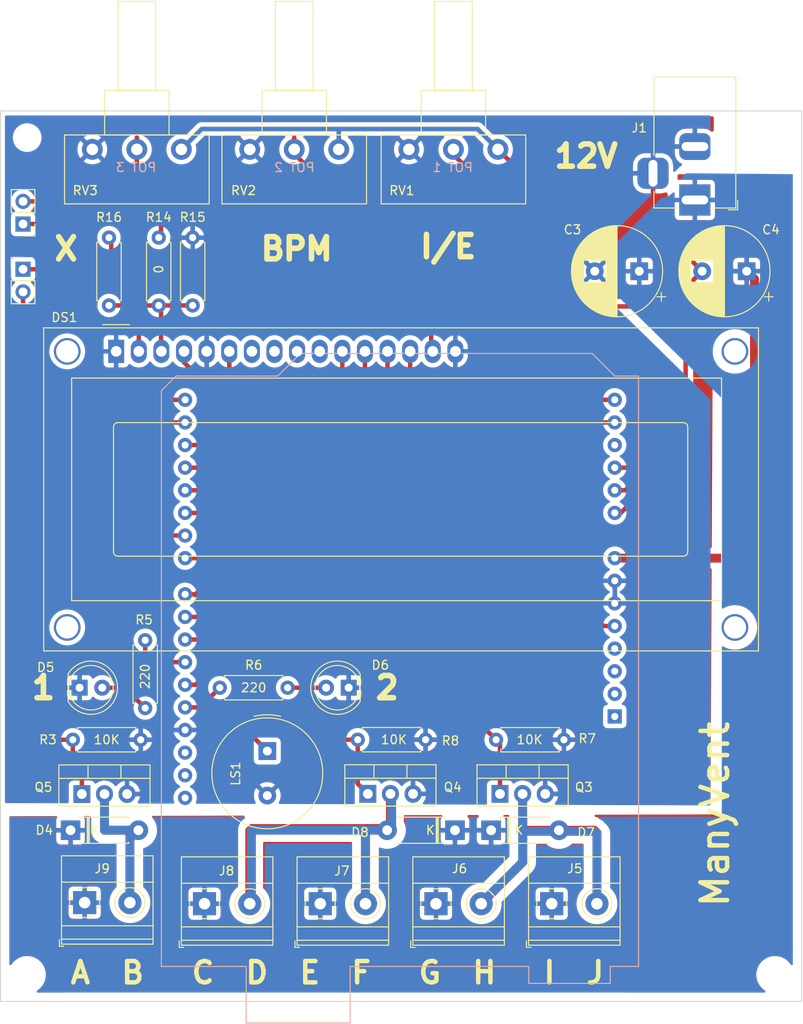
<source format=kicad_pcb>
(kicad_pcb (version 20200119) (host pcbnew "(5.99.0-1109-gba7c8ed85)")
  (layers (0 "F.Cu" signal) (31 "B.Cu" signal) (34 "B.Paste" user) (35 "F.Paste" user) (36 "B.SilkS" user) (37 "F.SilkS" user) (38 "B.Mask" user) (39 "F.Mask" user) (44 "Edge.Cuts" user))
  (net 0 "")
  (net 1 "/UART_TX")
  (net 2 "/UART_RX")
  (net 3 "Net-(A1-Pad30)")
  (net 4 "Net-(A1-Pad14)")
  (net 5 "GND")
  (net 6 "Net-(A1-Pad13)")
  (net 7 "/INS_CLOSE")
  (net 8 "/LCD_RS")
  (net 9 "/POT_2")
  (net 10 "/POT_1")
  (net 11 "/POT_0")
  (net 12 "/INS_OPEN")
  (net 13 "+12V")
  (net 14 "/BUZZER")
  (net 15 "+5V")
  (net 16 "+3V3")
  (net 17 "Net-(A1-Pad3)")
  (net 18 "Net-(A1-Pad2)")
  (net 19 "Net-(A1-Pad1)")
  (net 20 "Net-(A1-Pad31)")
  (net 21 "Net-(A1-Pad32)")
  (net 22 "Net-(D5-Pad2)")
  (net 23 "Net-(D6-Pad2)")
  (net 24 "Net-(DS1-Pad10)")
  (net 25 "Net-(DS1-Pad9)")
  (net 26 "Net-(DS1-Pad8)")
  (net 27 "Net-(DS1-Pad7)")
  (net 28 "Net-(DS1-Pad3)")
  (net 29 "/LCD_EN")
  (net 30 "/FILL_OPEN")
  (net 31 "/LCD_DIO7")
  (net 32 "/LCD_DIO6")
  (net 33 "/LCD_DIO5")
  (net 34 "/LCD_DIO4")
  (net 35 "/Q3_D")
  (net 36 "/Q4_D")
  (net 37 "/Q5_D")
  (net 38 "Net-(H1-Pad1)")
  (net 39 "Net-(H2-Pad1)")
  (net 40 "Net-(H3-Pad1)")
  (net 41 "Net-(H4-Pad1)")
  (net 42 "Net-(A1-Pad12)")
  (net 43 "/LED1")
  (net 44 "/LED2")
  (module "Resistor_THT:R_Axial_DIN0207_L6.3mm_D2.5mm_P7.62mm_Horizontal" (layer "F.Cu") (at 66.8465 82.5945 90)
    (fp_text reference "R16" (at 9.906 0) (layer "F.SilkS"))
    (fp_text value "1k")
    (pad "1" thru_hole circle (at 0 0 90) (size 1.6 1.6) (drill 0.8) (layers *.Cu *.Mask) (net 28 "Net-(DS1-Pad3)"))
    (pad "2" thru_hole oval (at 7.62 0 90) (size 1.6 1.6) (drill 0.8) (layers *.Cu *.Mask) (net 15 "+5V"))
  )
  (module "Resistor_THT:R_Axial_DIN0207_L6.3mm_D2.5mm_P7.62mm_Horizontal" (layer "F.Cu") (at 76.2445 82.5945 90)
    (fp_text reference "R15" (at 9.906 0) (layer "F.SilkS"))
    (fp_text value "1k")
    (pad "2" thru_hole oval (at 7.62 0 90) (size 1.6 1.6) (drill 0.8) (layers *.Cu *.Mask) (net 5 "GND"))
    (pad "1" thru_hole circle (at 0 0 90) (size 1.6 1.6) (drill 0.8) (layers *.Cu *.Mask) (net 28 "Net-(DS1-Pad3)"))
  )
  (module "Buzzer_Beeper:Buzzer_TDK_PS1240P02BT_D12.2mm_H6.5mm" (layer "F.Cu") (at 84.6265 132.6325 -90)
    (fp_text reference "LS1" (at 2.54 3.556 90) (layer "F.SilkS"))
    (fp_text value "KSS1201")
    (pad "1" thru_hole rect (at 0 0 270) (size 2 2) (drill 1) (layers *.Cu *.Mask) (net 14 "/BUZZER"))
    (pad "2" thru_hole circle (at 5 0 270) (size 2 2) (drill 1) (layers *.Cu *.Mask) (net 5 "GND"))
  )
  (module "Module:Arduino_UNO_R3" (layer "B.Cu") (at 123.6545 128.7505 90)
    (fp_text reference "A1" hide)
    (fp_text value "Arduino_UNO_R3")
    (pad "32" thru_hole oval (at -9.14 -48.26) (size 1.6 1.6) (drill 0.8) (layers *.Cu *.Mask) (net 21 "Net-(A1-Pad32)"))
    (pad "31" thru_hole oval (at -6.6 -48.26) (size 1.6 1.6) (drill 0.8) (layers *.Cu *.Mask) (net 20 "Net-(A1-Pad31)"))
    (pad "1" thru_hole rect (at 0 0) (size 1.6 1.6) (drill 0.8) (layers *.Cu *.Mask) (net 19 "Net-(A1-Pad1)"))
    (pad "17" thru_hole oval (at 30.48 -48.26) (size 1.6 1.6) (drill 0.8) (layers *.Cu *.Mask) (net 8 "/LCD_RS"))
    (pad "2" thru_hole oval (at 2.54 0) (size 1.6 1.6) (drill 0.8) (layers *.Cu *.Mask) (net 18 "Net-(A1-Pad2)"))
    (pad "18" thru_hole oval (at 27.94 -48.26) (size 1.6 1.6) (drill 0.8) (layers *.Cu *.Mask) (net 29 "/LCD_EN"))
    (pad "3" thru_hole oval (at 5.08 0) (size 1.6 1.6) (drill 0.8) (layers *.Cu *.Mask) (net 17 "Net-(A1-Pad3)"))
    (pad "19" thru_hole oval (at 25.4 -48.26) (size 1.6 1.6) (drill 0.8) (layers *.Cu *.Mask) (net 34 "/LCD_DIO4"))
    (pad "4" thru_hole oval (at 7.62 0) (size 1.6 1.6) (drill 0.8) (layers *.Cu *.Mask) (net 16 "+3V3"))
    (pad "20" thru_hole oval (at 22.86 -48.26) (size 1.6 1.6) (drill 0.8) (layers *.Cu *.Mask) (net 33 "/LCD_DIO5"))
    (pad "5" thru_hole oval (at 10.16 0) (size 1.6 1.6) (drill 0.8) (layers *.Cu *.Mask) (net 15 "+5V"))
    (pad "21" thru_hole oval (at 20.32 -48.26) (size 1.6 1.6) (drill 0.8) (layers *.Cu *.Mask) (net 30 "/FILL_OPEN"))
    (pad "6" thru_hole oval (at 12.7 0) (size 1.6 1.6) (drill 0.8) (layers *.Cu *.Mask) (net 5 "GND"))
    (pad "22" thru_hole oval (at 17.78 -48.26) (size 1.6 1.6) (drill 0.8) (layers *.Cu *.Mask) (net 32 "/LCD_DIO6"))
    (pad "7" thru_hole oval (at 15.24 0) (size 1.6 1.6) (drill 0.8) (layers *.Cu *.Mask) (net 5 "GND"))
    (pad "23" thru_hole oval (at 13.72 -48.26) (size 1.6 1.6) (drill 0.8) (layers *.Cu *.Mask) (net 31 "/LCD_DIO7"))
    (pad "8" thru_hole oval (at 17.78 0) (size 1.6 1.6) (drill 0.8) (layers *.Cu *.Mask) (net 13 "+12V"))
    (pad "24" thru_hole oval (at 11.18 -48.26) (size 1.6 1.6) (drill 0.8) (layers *.Cu *.Mask) (net 12 "/INS_OPEN"))
    (pad "9" thru_hole oval (at 22.86 0) (size 1.6 1.6) (drill 0.8) (layers *.Cu *.Mask) (net 11 "/POT_0"))
    (pad "25" thru_hole oval (at 8.64 -48.26) (size 1.6 1.6) (drill 0.8) (layers *.Cu *.Mask) (net 7 "/INS_CLOSE"))
    (pad "10" thru_hole oval (at 25.4 0) (size 1.6 1.6) (drill 0.8) (layers *.Cu *.Mask) (net 10 "/POT_1"))
    (pad "26" thru_hole oval (at 6.1 -48.26) (size 1.6 1.6) (drill 0.8) (layers *.Cu *.Mask) (net 44 "/LED2"))
    (pad "11" thru_hole oval (at 27.94 0) (size 1.6 1.6) (drill 0.8) (layers *.Cu *.Mask) (net 9 "/POT_2"))
    (pad "27" thru_hole oval (at 3.56 -48.26) (size 1.6 1.6) (drill 0.8) (layers *.Cu *.Mask) (net 14 "/BUZZER"))
    (pad "12" thru_hole oval (at 30.48 0) (size 1.6 1.6) (drill 0.8) (layers *.Cu *.Mask) (net 42 "Net-(A1-Pad12)"))
    (pad "28" thru_hole oval (at 1.02 -48.26) (size 1.6 1.6) (drill 0.8) (layers *.Cu *.Mask) (net 43 "/LED1"))
    (pad "13" thru_hole oval (at 33.02 0) (size 1.6 1.6) (drill 0.8) (layers *.Cu *.Mask) (net 6 "Net-(A1-Pad13)"))
    (pad "29" thru_hole oval (at -1.52 -48.26) (size 1.6 1.6) (drill 0.8) (layers *.Cu *.Mask) (net 5 "GND"))
    (pad "14" thru_hole oval (at 35.56 0) (size 1.6 1.6) (drill 0.8) (layers *.Cu *.Mask) (net 4 "Net-(A1-Pad14)"))
    (pad "30" thru_hole oval (at -4.06 -48.26) (size 1.6 1.6) (drill 0.8) (layers *.Cu *.Mask) (net 3 "Net-(A1-Pad30)"))
    (pad "15" thru_hole oval (at 35.56 -48.26) (size 1.6 1.6) (drill 0.8) (layers *.Cu *.Mask) (net 2 "/UART_RX"))
    (pad "16" thru_hole oval (at 33.02 -48.26) (size 1.6 1.6) (drill 0.8) (layers *.Cu *.Mask) (net 1 "/UART_TX"))
  )
  (module "Resistor_THT:R_Axial_DIN0207_L6.3mm_D2.5mm_P7.62mm_Horizontal" (layer "F.Cu") (at 62.7825 131.3625)
    (fp_text reference "R3" (at -2.794 0) (layer "F.SilkS"))
    (fp_text value "10K")
    (pad "2" thru_hole oval (at 7.62 0) (size 1.6 1.6) (drill 0.8) (layers *.Cu *.Mask) (net 5 "GND"))
    (pad "1" thru_hole circle (at 0 0) (size 1.6 1.6) (drill 0.8) (layers *.Cu *.Mask) (net 30 "/FILL_OPEN"))
  )
  (module "TerminalBlock_Phoenix:TerminalBlock_Phoenix_MKDS-1,5-2-5.08_1x02_P5.08mm_Horizontal" (layer "F.Cu") (at 64.1125 149.6545)
    (fp_text reference "J9" (at 1.972 -3.814) (layer "F.SilkS"))
    (fp_text value "Conn_01x02")
    (pad "2" thru_hole circle (at 5.08 0) (size 2.6 2.6) (drill 1.3) (layers *.Cu *.Mask) (net 37 "/Q5_D"))
    (pad "1" thru_hole rect (at 0 0) (size 2.6 2.6) (drill 1.3) (layers *.Cu *.Mask) (net 13 "+12V"))
  )
  (module "Package_TO_SOT_THT:TO-220-3_Vertical" (layer "F.Cu") (at 63.7985 137.4585)
    (fp_text reference "Q5" (at -4.318 -0.762) (layer "F.SilkS"))
    (fp_text value "IRLIZ44NPBF")
    (pad "3" thru_hole oval (at 5.08 0) (size 1.905 2) (drill 1.1) (layers *.Cu *.Mask) (net 5 "GND"))
    (pad "2" thru_hole oval (at 2.54 0) (size 1.905 2) (drill 1.1) (layers *.Cu *.Mask) (net 37 "/Q5_D"))
    (pad "1" thru_hole rect (at 0 0) (size 1.905 2) (drill 1.1) (layers *.Cu *.Mask) (net 30 "/FILL_OPEN"))
  )
  (module "Diode_THT:D_DO-41_SOD81_P7.62mm_Horizontal" (layer "F.Cu") (at 62.5285 141.5225)
    (fp_text reference "D4" (at -2.95 0) (layer "F.SilkS"))
    (fp_text value "1N4004")
    (fp_text user "K" (at 2.765 -0.005) (layer "F.SilkS"))
    (pad "2" thru_hole oval (at 7.62 0) (size 2.2 2.2) (drill 1.1) (layers *.Cu *.Mask) (net 37 "/Q5_D"))
    (pad "1" thru_hole rect (at 0 0) (size 2.2 2.2) (drill 1.1) (layers *.Cu *.Mask) (net 13 "+12V"))
  )
  (module "MountingHole:MountingHole_2.2mm_M2" (layer "F.Cu") (at 141.6545 157.7505)
    (fp_text reference "H4" hide)
    (fp_text value "MountingHole_Pad")
    (pad "1" np_thru_hole circle (at 0 0) (size 2.2 2.2) (drill 2.2) (layers *.Cu *.Mask) (net 41 "Net-(H4-Pad1)"))
  )
  (module "MountingHole:MountingHole_2.2mm_M2" (layer "F.Cu") (at 57.6545 157.7505)
    (fp_text reference "H3" hide)
    (fp_text value "MountingHole_Pad")
    (pad "1" np_thru_hole circle (at 0 0) (size 2.2 2.2) (drill 2.2) (layers *.Cu *.Mask) (net 40 "Net-(H3-Pad1)"))
  )
  (module "MountingHole:MountingHole_2.2mm_M2" (layer "F.Cu") (at 141.6545 63.7505)
    (fp_text reference "H2" hide)
    (fp_text value "MountingHole_Pad")
    (pad "1" np_thru_hole circle (at 0 0) (size 2.2 2.2) (drill 2.2) (layers *.Cu *.Mask) (net 39 "Net-(H2-Pad1)"))
  )
  (module "MountingHole:MountingHole_2.2mm_M2" (layer "F.Cu") (at 57.6545 63.7505)
    (fp_text reference "H1" hide)
    (fp_text value "MountingHole_Pad")
    (pad "1" np_thru_hole circle (at 0 0) (size 2.2 2.2) (drill 2.2) (layers *.Cu *.Mask) (net 38 "Net-(H1-Pad1)"))
  )
  (module "TerminalBlock_Phoenix:TerminalBlock_Phoenix_MKDS-1,5-2-5.08_1x02_P5.08mm_Horizontal" (layer "F.Cu") (at 77.5745 149.7765)
    (fp_text reference "J8" (at 2.48 -3.682) (layer "F.SilkS"))
    (fp_text value "Conn_01x02")
    (pad "1" thru_hole rect (at 0 0) (size 2.6 2.6) (drill 1.3) (layers *.Cu *.Mask) (net 13 "+12V"))
    (pad "2" thru_hole circle (at 5.08 0) (size 2.6 2.6) (drill 1.3) (layers *.Cu *.Mask) (net 36 "/Q4_D"))
  )
  (module "TerminalBlock_Phoenix:TerminalBlock_Phoenix_MKDS-1,5-2-5.08_1x02_P5.08mm_Horizontal" (layer "F.Cu") (at 90.5745 149.7765)
    (fp_text reference "J7" (at 2.434 -3.682) (layer "F.SilkS"))
    (fp_text value "Conn_01x02")
    (pad "1" thru_hole rect (at 0 0) (size 2.6 2.6) (drill 1.3) (layers *.Cu *.Mask) (net 13 "+12V"))
    (pad "2" thru_hole circle (at 5.08 0) (size 2.6 2.6) (drill 1.3) (layers *.Cu *.Mask) (net 36 "/Q4_D"))
  )
  (module "TerminalBlock_Phoenix:TerminalBlock_Phoenix_MKDS-1,5-2-5.08_1x02_P5.08mm_Horizontal" (layer "F.Cu") (at 103.5745 149.7765)
    (fp_text reference "J6" (at 2.642 -3.936) (layer "F.SilkS"))
    (fp_text value "Conn_01x02")
    (pad "1" thru_hole rect (at 0 0) (size 2.6 2.6) (drill 1.3) (layers *.Cu *.Mask) (net 13 "+12V"))
    (pad "2" thru_hole circle (at 5.08 0) (size 2.6 2.6) (drill 1.3) (layers *.Cu *.Mask) (net 35 "/Q3_D"))
  )
  (module "TerminalBlock_Phoenix:TerminalBlock_Phoenix_MKDS-1,5-2-5.08_1x02_P5.08mm_Horizontal" (layer "F.Cu") (at 116.5745 149.7765)
    (fp_text reference "J5" (at 2.596 -3.936) (layer "F.SilkS"))
    (fp_text value "Conn_01x02")
    (pad "1" thru_hole rect (at 0 0) (size 2.6 2.6) (drill 1.3) (layers *.Cu *.Mask) (net 13 "+12V"))
    (pad "2" thru_hole circle (at 5.08 0) (size 2.6 2.6) (drill 1.3) (layers *.Cu *.Mask) (net 35 "/Q3_D"))
  )
  (module "Connector_PinHeader_2.54mm:PinHeader_1x02_P2.54mm_Vertical" (layer "F.Cu") (at 57.1945 73.4505 180)
    (fp_text reference "J3" hide)
    (fp_text value "Conn_01x02")
    (pad "1" thru_hole rect (at 0 0 180) (size 1.7 1.7) (drill 1) (layers *.Cu *.Mask) (net 6 "Net-(A1-Pad13)"))
    (pad "2" thru_hole oval (at 0 2.54 180) (size 1.7 1.7) (drill 1) (layers *.Cu *.Mask) (net 4 "Net-(A1-Pad14)"))
  )
  (module "Connector_PinHeader_2.54mm:PinHeader_1x02_P2.54mm_Vertical" (layer "F.Cu") (at 57.1945 78.5305)
    (fp_text reference "J2" hide)
    (fp_text value "Conn_01x02")
    (pad "1" thru_hole rect (at 0 0) (size 1.7 1.7) (drill 1) (layers *.Cu *.Mask) (net 2 "/UART_RX"))
    (pad "2" thru_hole oval (at 0 2.54) (size 1.7 1.7) (drill 1) (layers *.Cu *.Mask) (net 1 "/UART_TX"))
  )
  (module "Connector_BarrelJack:BarrelJack_Horizontal" (layer "F.Cu") (at 132.6545 70.7505 -90)
    (fp_text reference "J1" (at -8.095 6.245 180) (layer "F.SilkS"))
    (fp_text value "PJ-202A")
    (pad "1" thru_hole rect (at 0 0 270) (size 3.5 3.5) (drill oval 1 3) (layers *.Cu *.Mask) (net 13 "+12V"))
    (pad "2" thru_hole roundrect (at -6 0 270) (size 3 3.5) (drill oval 1 3) (layers *.Cu *.Mask) (net 5 "GND"))
    (pad "3" thru_hole roundrect (at -3 4.7 270) (size 3.5 3.5) (drill oval 3 1) (layers *.Cu *.Mask) (net 5 "GND"))
  )
  (module "Capacitor_THT:CP_Radial_D10.0mm_P5.00mm" (layer "F.Cu") (at 138.4745 78.7505 180)
    (fp_text reference "C4" (at -2.725 4.665) (layer "F.SilkS"))
    (fp_text value "680uF 25V")
    (pad "1" thru_hole rect (at 0 0 180) (size 2 2) (drill 1) (layers *.Cu *.Mask) (net 13 "+12V"))
    (pad "2" thru_hole circle (at 5 0 180) (size 2 2) (drill 1) (layers *.Cu *.Mask) (net 5 "GND"))
  )
  (module "Capacitor_THT:CP_Radial_D10.0mm_P5.00mm" (layer "F.Cu") (at 126.4095 78.7505 180)
    (fp_text reference "C3" (at 7.5 4.665) (layer "F.SilkS"))
    (fp_text value "680uF 25V")
    (pad "1" thru_hole rect (at 0 0 180) (size 2 2) (drill 1) (layers *.Cu *.Mask) (net 13 "+12V"))
    (pad "2" thru_hole circle (at 5 0 180) (size 2 2) (drill 1) (layers *.Cu *.Mask) (net 5 "GND"))
  )
  (module "Potentiometer_THT:Potentiometer_Piher_T-16H_Single_Horizontal" (layer "F.Cu") (at 74.9745 65.0685 90)
    (fp_text reference "RV3" (at -4.62 -10.795 180) (layer "F.SilkS"))
    (fp_text value "3RP_1610N")
    (pad "3" thru_hole circle (at 0 -10 90) (size 2.34 2.34) (drill 1.3) (layers *.Cu *.Mask) (net 5 "GND"))
    (pad "2" thru_hole circle (at 0 -5 90) (size 2.34 2.34) (drill 1.3) (layers *.Cu *.Mask) (net 9 "/POT_2"))
    (pad "1" thru_hole circle (at 0 0 90) (size 2.34 2.34) (drill 1.3) (layers *.Cu *.Mask) (net 15 "+5V"))
  )
  (module "Potentiometer_THT:Potentiometer_Piher_T-16H_Single_Horizontal" (layer "F.Cu") (at 92.6545 65.0685 90)
    (fp_text reference "RV2" (at -4.62 -10.695 180) (layer "F.SilkS"))
    (fp_text value "3RP_1610N")
    (pad "3" thru_hole circle (at 0 -10 90) (size 2.34 2.34) (drill 1.3) (layers *.Cu *.Mask) (net 5 "GND"))
    (pad "2" thru_hole circle (at 0 -5 90) (size 2.34 2.34) (drill 1.3) (layers *.Cu *.Mask) (net 10 "/POT_1"))
    (pad "1" thru_hole circle (at 0 0 90) (size 2.34 2.34) (drill 1.3) (layers *.Cu *.Mask) (net 15 "+5V"))
  )
  (module "Potentiometer_THT:Potentiometer_Piher_T-16H_Single_Horizontal" (layer "F.Cu") (at 110.5345 65.0685 90)
    (fp_text reference "RV1" (at -4.62 -10.795 180) (layer "F.SilkS"))
    (fp_text value "3RP_1610N")
    (pad "3" thru_hole circle (at 0 -10 90) (size 2.34 2.34) (drill 1.3) (layers *.Cu *.Mask) (net 5 "GND"))
    (pad "2" thru_hole circle (at 0 -5 90) (size 2.34 2.34) (drill 1.3) (layers *.Cu *.Mask) (net 11 "/POT_0"))
    (pad "1" thru_hole circle (at 0 0 90) (size 2.34 2.34) (drill 1.3) (layers *.Cu *.Mask) (net 15 "+5V"))
  )
  (module "Resistor_THT:R_Axial_DIN0207_L6.3mm_D2.5mm_P7.62mm_Horizontal" (layer "F.Cu") (at 72.4345 82.5945 90)
    (fp_text reference "R14" (at 9.906 0) (layer "F.SilkS"))
    (fp_text value "0")
    (pad "1" thru_hole circle (at 0 0 90) (size 1.6 1.6) (drill 0.8) (layers *.Cu *.Mask) (net 28 "Net-(DS1-Pad3)"))
    (pad "2" thru_hole oval (at 7.62 0 90) (size 1.6 1.6) (drill 0.8) (layers *.Cu *.Mask) (net 9 "/POT_2"))
  )
  (module "Resistor_THT:R_Axial_DIN0207_L6.3mm_D2.5mm_P7.62mm_Horizontal" (layer "F.Cu") (at 94.7865 131.3575)
    (fp_text reference "R8" (at 10.414 0.127) (layer "F.SilkS"))
    (fp_text value "10K")
    (pad "1" thru_hole circle (at 0 0) (size 1.6 1.6) (drill 0.8) (layers *.Cu *.Mask) (net 7 "/INS_CLOSE"))
    (pad "2" thru_hole oval (at 7.62 0) (size 1.6 1.6) (drill 0.8) (layers *.Cu *.Mask) (net 5 "GND"))
  )
  (module "Resistor_THT:R_Axial_DIN0207_L6.3mm_D2.5mm_P7.62mm_Horizontal" (layer "F.Cu") (at 110.3255 131.3625)
    (fp_text reference "R7" (at 10.242 -0.127) (layer "F.SilkS"))
    (fp_text value "10K")
    (pad "1" thru_hole circle (at 0 0) (size 1.6 1.6) (drill 0.8) (layers *.Cu *.Mask) (net 12 "/INS_OPEN"))
    (pad "2" thru_hole oval (at 7.62 0) (size 1.6 1.6) (drill 0.8) (layers *.Cu *.Mask) (net 5 "GND"))
  )
  (module "Resistor_THT:R_Axial_DIN0207_L6.3mm_D2.5mm_P7.62mm_Horizontal" (layer "F.Cu") (at 86.9125 125.5205 180)
    (fp_text reference "R6" (at 3.81 2.54) (layer "F.SilkS"))
    (fp_text value "220R")
    (pad "1" thru_hole circle (at 0 0 180) (size 1.6 1.6) (drill 0.8) (layers *.Cu *.Mask) (net 23 "Net-(D6-Pad2)"))
    (pad "2" thru_hole oval (at 7.62 0 180) (size 1.6 1.6) (drill 0.8) (layers *.Cu *.Mask) (net 43 "/LED1"))
  )
  (module "Resistor_THT:R_Axial_DIN0207_L6.3mm_D2.5mm_P7.62mm_Horizontal" (layer "F.Cu") (at 70.9105 127.8065 90)
    (fp_text reference "R5" (at 9.906 -0.127 180) (layer "F.SilkS"))
    (fp_text value "220R")
    (pad "1" thru_hole circle (at 0 0 90) (size 1.6 1.6) (drill 0.8) (layers *.Cu *.Mask) (net 22 "Net-(D5-Pad2)"))
    (pad "2" thru_hole oval (at 7.62 0 90) (size 1.6 1.6) (drill 0.8) (layers *.Cu *.Mask) (net 44 "/LED2"))
  )
  (module "Package_TO_SOT_THT:TO-220-3_Vertical" (layer "F.Cu") (at 95.9205 137.4425)
    (fp_text reference "Q4" (at 9.534 -0.746) (layer "F.SilkS"))
    (fp_text value "IRLIZ44NPBF")
    (pad "1" thru_hole rect (at 0 0) (size 1.905 2) (drill 1.1) (layers *.Cu *.Mask) (net 7 "/INS_CLOSE"))
    (pad "2" thru_hole oval (at 2.54 0) (size 1.905 2) (drill 1.1) (layers *.Cu *.Mask) (net 36 "/Q4_D"))
    (pad "3" thru_hole oval (at 5.08 0) (size 1.905 2) (drill 1.1) (layers *.Cu *.Mask) (net 5 "GND"))
  )
  (module "Package_TO_SOT_THT:TO-220-3_Vertical" (layer "F.Cu") (at 110.7655 137.4475)
    (fp_text reference "Q3" (at 9.421 -0.751) (layer "F.SilkS"))
    (fp_text value "IRLIZ44NPBF")
    (pad "1" thru_hole rect (at 0 0) (size 1.905 2) (drill 1.1) (layers *.Cu *.Mask) (net 12 "/INS_OPEN"))
    (pad "2" thru_hole oval (at 2.54 0) (size 1.905 2) (drill 1.1) (layers *.Cu *.Mask) (net 35 "/Q3_D"))
    (pad "3" thru_hole oval (at 5.08 0) (size 1.905 2) (drill 1.1) (layers *.Cu *.Mask) (net 5 "GND"))
  )
  (module "Display:WC1602A" (layer "F.Cu") (at 67.6545 87.7505)
    (fp_text reference "DS1" (at -5.82 -3.81) (layer "F.SilkS"))
    (fp_text value "WC1602A")
    (pad "1" thru_hole rect (at 0 0) (size 1.8 2.6) (drill 1.2) (layers *.Cu *.Mask) (net 5 "GND"))
    (pad "2" thru_hole oval (at 2.54 0) (size 1.8 2.6) (drill 1.2) (layers *.Cu *.Mask) (net 15 "+5V"))
    (pad "3" thru_hole oval (at 5.08 0) (size 1.8 2.6) (drill 1.2) (layers *.Cu *.Mask) (net 28 "Net-(DS1-Pad3)"))
    (pad "4" thru_hole oval (at 7.62 0) (size 1.8 2.6) (drill 1.2) (layers *.Cu *.Mask) (net 8 "/LCD_RS"))
    (pad "5" thru_hole oval (at 10.16 0) (size 1.8 2.6) (drill 1.2) (layers *.Cu *.Mask) (net 5 "GND"))
    (pad "6" thru_hole oval (at 12.7 0) (size 1.8 2.6) (drill 1.2) (layers *.Cu *.Mask) (net 29 "/LCD_EN"))
    (pad "7" thru_hole oval (at 15.24 0) (size 1.8 2.6) (drill 1.2) (layers *.Cu *.Mask) (net 27 "Net-(DS1-Pad7)"))
    (pad "8" thru_hole oval (at 17.78 0) (size 1.8 2.6) (drill 1.2) (layers *.Cu *.Mask) (net 26 "Net-(DS1-Pad8)"))
    (pad "9" thru_hole oval (at 20.32 0) (size 1.8 2.6) (drill 1.2) (layers *.Cu *.Mask) (net 25 "Net-(DS1-Pad9)"))
    (pad "10" thru_hole oval (at 22.86 0) (size 1.8 2.6) (drill 1.2) (layers *.Cu *.Mask) (net 24 "Net-(DS1-Pad10)"))
    (pad "11" thru_hole oval (at 25.4 0) (size 1.8 2.6) (drill 1.2) (layers *.Cu *.Mask) (net 34 "/LCD_DIO4"))
    (pad "12" thru_hole oval (at 27.94 0) (size 1.8 2.6) (drill 1.2) (layers *.Cu *.Mask) (net 33 "/LCD_DIO5"))
    (pad "13" thru_hole oval (at 30.48 0) (size 1.8 2.6) (drill 1.2) (layers *.Cu *.Mask) (net 32 "/LCD_DIO6"))
    (pad "14" thru_hole oval (at 33.02 0) (size 1.8 2.6) (drill 1.2) (layers *.Cu *.Mask) (net 31 "/LCD_DIO7"))
    (pad "15" thru_hole oval (at 35.56 0) (size 1.8 2.6) (drill 1.2) (layers *.Cu *.Mask) (net 15 "+5V"))
    (pad "16" thru_hole oval (at 38.1 0) (size 1.8 2.6) (drill 1.2) (layers *.Cu *.Mask) (net 5 "GND"))
    (pad "" thru_hole circle (at -5.4991 0) (size 3 3) (drill 2.5) (layers *.Cu *.Mask))
    (pad "" thru_hole circle (at -5.4991 31.0007) (size 3 3) (drill 2.5) (layers *.Cu *.Mask))
    (pad "" thru_hole circle (at 69.49948 31.0007) (size 3 3) (drill 2.5) (layers *.Cu *.Mask))
    (pad "" thru_hole circle (at 69.5 0) (size 3 3) (drill 2.5) (layers *.Cu *.Mask))
  )
  (module "Diode_THT:D_DO-41_SOD81_P7.62mm_Horizontal" (layer "F.Cu") (at 105.7085 141.5225 180)
    (fp_text reference "D8" (at 10.668 -0.254) (layer "F.SilkS"))
    (fp_text value "1N4004")
    (fp_text user "K" (at 2.765 -0.005) (layer "F.SilkS"))
    (pad "1" thru_hole rect (at 0 0 180) (size 2.2 2.2) (drill 1.1) (layers *.Cu *.Mask) (net 13 "+12V"))
    (pad "2" thru_hole oval (at 7.62 0 180) (size 2.2 2.2) (drill 1.1) (layers *.Cu *.Mask) (net 36 "/Q4_D"))
  )
  (module "Diode_THT:D_DO-41_SOD81_P7.62mm_Horizontal" (layer "F.Cu") (at 109.7655 141.5275)
    (fp_text reference "D7" (at 10.675 0.249) (layer "F.SilkS"))
    (fp_text value "1N4004")
    (fp_text user "K" (at 3.1 -0.005) (layer "F.SilkS"))
    (pad "1" thru_hole rect (at 0 0) (size 2.2 2.2) (drill 1.1) (layers *.Cu *.Mask) (net 13 "+12V"))
    (pad "2" thru_hole oval (at 7.62 0) (size 2.2 2.2) (drill 1.1) (layers *.Cu *.Mask) (net 35 "/Q3_D"))
  )
  (module "LED_THT:LED_D5.0mm" (layer "F.Cu") (at 93.7705 125.5205 180)
    (fp_text reference "D6" (at -3.556 2.54) (layer "F.SilkS"))
    (fp_text value "LED")
    (pad "1" thru_hole rect (at 0 0 180) (size 1.8 1.8) (drill 0.9) (layers *.Cu *.Mask) (net 5 "GND"))
    (pad "2" thru_hole circle (at 2.54 0 180) (size 1.8 1.8) (drill 0.9) (layers *.Cu *.Mask) (net 23 "Net-(D6-Pad2)"))
  )
  (module "LED_THT:LED_D5.0mm" (layer "F.Cu") (at 63.5445 125.5205)
    (fp_text reference "D5" (at -3.81 -2.286) (layer "F.SilkS"))
    (fp_text value "LED")
    (pad "1" thru_hole rect (at 0 0) (size 1.8 1.8) (drill 0.9) (layers *.Cu *.Mask) (net 5 "GND"))
    (pad "2" thru_hole circle (at 2.54 0) (size 1.8 1.8) (drill 0.9) (layers *.Cu *.Mask) (net 22 "Net-(D5-Pad2)"))
  )
  (gr_text "ManyVent" (at 134.9185 150.4125 90) (layer "F.SilkS") (effects (font (size 3 3) (thickness 0.5)) (justify left)))
  (gr_text "X" (at 62.0205 76.2445) (layer "F.SilkS") (effects (font (size 2.5 2.5) (thickness 0.625))))
  (gr_text "X" (at 62.0205 76.2445) (layer "F.Cu") (effects (font (size 2.5 2.5) (thickness 0.625))))
  (gr_text "2" (at 98.0885 125.5205) (layer "F.Cu") (effects (font (size 2.5 2.5) (thickness 0.625))))
  (gr_text "1" (at 59.4805 125.5205) (layer "F.Cu") (effects (font (size 2.5 2.5) (thickness 0.625))))
  (gr_text "1" (at 59.4805 125.5205) (layer "F.SilkS") (effects (font (size 2.5 2.5) (thickness 0.625))))
  (gr_text "2" (at 98.0885 125.5205) (layer "F.SilkS") (effects (font (size 2.5 2.5) (thickness 0.625))))
  (gr_text "0" (at 72.4345 78.5305 90) (layer "F.SilkS") (effects (font (size 1 1))))
  (gr_text "220" (at 70.9105 124.2505 90) (layer "F.SilkS") (effects (font (size 1 1))))
  (gr_text "BPM" (at 87.9285 76.2445) (layer "F.Cu") (effects (font (size 2.5 2.5) (thickness 0.625))))
  (gr_text "12V" (at 120.4405 65.8305) (layer "F.Cu") (effects (font (size 2.5 2.5) (thickness 0.625))))
  (gr_text "I/E" (at 104.9465 75.9905) (layer "F.Cu") (effects (font (size 2.5 2.5) (thickness 0.625))))
  (gr_text "BPM" (at 87.9285 76.2445) (layer "F.SilkS") (effects (font (size 2.5 2.5) (thickness 0.625))))
  (gr_text "I/E" (at 104.9465 75.9905) (layer "F.SilkS") (effects (font (size 2.5 2.5) (thickness 0.625))))
  (gr_text "A  B   C  D  E  F   G  H   I  J " (at 62.2745 157.5245) (layer "F.SilkS") (effects (font (size 2.4 2.4) (thickness 0.5)) (justify left)))
  (gr_text "A  B   C  D  E  F   G  H   I  J " (at 62.2745 157.5245) (layer "F.Cu") (effects (font (size 2.4 2.4) (thickness 0.5)) (justify left)))
  (gr_text "POT 3" (at 69.8945 67.1005) (layer "B.SilkS") (effects (font (size 1 1)) (justify mirror)))
  (gr_text "POT 2" (at 87.6745 67.1005) (layer "B.SilkS") (effects (font (size 1 1)) (justify mirror)))
  (gr_text "POT 1" (at 105.4545 67.1005) (layer "B.SilkS") (effects (font (size 1 1)) (justify mirror)))
  (gr_text "10K" (at 66.5925 131.3625) (layer "F.SilkS") (effects (font (size 1 1))))
  (gr_text "10K" (at 98.8505 131.3575) (layer "F.SilkS") (effects (font (size 1 1))))
  (gr_text "10K" (at 114.0905 131.3625) (layer "F.SilkS") (effects (font (size 1 1))))
  (gr_text "220" (at 83.1025 125.5205) (layer "F.SilkS") (effects (font (size 1 1))))
  (gr_text "12V" (at 120.4405 65.8305) (layer "F.SilkS") (effects (font (size 2.5 2.5) (thickness 0.625))))
  (gr_line (start 144.6545 60.7505) (end 54.6545 60.7505) (layer "Edge.Cuts") (width 0.1))
  (gr_line (start 144.6545 160.7505) (end 144.6545 60.7505) (layer "Edge.Cuts") (width 0.1))
  (gr_line (start 54.6545 160.7505) (end 144.6545 160.7505) (layer "Edge.Cuts") (width 0.1))
  (gr_line (start 54.6545 60.7505) (end 54.6545 160.7505) (layer "Edge.Cuts") (width 0.1))
  (segment (start 77.1885 110.9705) (end 78.3485 110.9705) (width 0.5) (layer "F.Cu") (net 32))
  (segment (start 78.3485 110.9705) (end 78.6025 110.9705) (width 0.5) (layer "F.Cu") (net 32))
  (segment (start 78.6025 110.9705) (end 98.1345 91.4385) (width 0.5) (layer "F.Cu") (net 32))
  (segment (start 98.1345 91.4385) (end 98.1345 87.7505) (width 0.5) (layer "F.Cu") (net 32))
  (segment (start 77.1885 110.9705) (end 75.3945 110.9705) (width 0.5) (layer "F.Cu") (net 32))
  (segment (start 58.8455 112.1855) (end 58.4645 112.5665) (width 0.5) (layer "F.Cu") (net 30))
  (segment (start 62.7825 131.3625) (end 59.4805 131.3625) (width 0.5) (layer "F.Cu") (net 30))
  (segment (start 59.4805 131.3625) (end 56.9405 128.8225) (width 0.5) (layer "F.Cu") (net 30))
  (segment (start 62.6005 108.4305) (end 58.8455 112.1855) (width 0.5) (layer "F.Cu") (net 30))
  (segment (start 56.9405 128.8225) (end 56.9405 114.0905) (width 0.5) (layer "F.Cu") (net 30))
  (segment (start 56.9405 114.0905) (end 58.8455 112.1855) (width 0.5) (layer "F.Cu") (net 30))
  (segment (start 122.1085 82.7045) (end 125.8845 82.7045) (width 0.5) (layer "F.Cu") (net 15))
  (segment (start 131.6165 88.1825) (end 131.6165 100.7885) (width 0.5) (layer "F.Cu") (net 15))
  (segment (start 125.8845 82.7045) (end 126.1385 82.7045) (width 0.5) (layer "F.Cu") (net 15))
  (segment (start 126.1385 82.7045) (end 131.6165 88.1825) (width 0.5) (layer "F.Cu") (net 15))
  (segment (start 70.1485 141.5225) (end 66.3385 141.5225) (width 1) (layer "B.Cu") (net 37))
  (segment (start 66.3385 141.5225) (end 66.3385 137.4585) (width 1) (layer "B.Cu") (net 37))
  (segment (start 108.2485 62.7825) (end 92.7545 62.7825) (width 0.5) (layer "B.Cu") (net 15))
  (segment (start 92.6545 65.0685) (end 92.6545 62.8825) (width 0.5) (layer "B.Cu") (net 15))
  (segment (start 92.7545 62.7825) (end 77.2605 62.7825) (width 0.5) (layer "B.Cu") (net 15))
  (segment (start 92.6545 62.8825) (end 92.7545 62.7825) (width 0.5) (layer "B.Cu") (net 15))
  (segment (start 110.5345 65.0685) (end 108.2485 62.7825) (width 0.5) (layer "B.Cu") (net 15))
  (segment (start 77.2605 62.7825) (end 74.9745 65.0685) (width 0.5) (layer "B.Cu") (net 15))
  (segment (start 57.1945 78.5305) (end 59.2265 78.5305) (width 0.5) (layer "F.Cu") (net 2))
  (segment (start 65.4495 86.7855) (end 63.4175 84.7535) (width 0.5) (layer "F.Cu") (net 2))
  (segment (start 63.4175 82.7215) (end 63.4175 84.7535) (width 0.5) (layer "F.Cu") (net 2))
  (segment (start 59.2265 78.5305) (end 63.4175 82.7215) (width 0.5) (layer "F.Cu") (net 2))
  (segment (start 64.8145 83.8645) (end 64.8145 81.3245) (width 0.5) (layer "F.Cu") (net 15))
  (segment (start 70.1945 85.6885) (end 69.6405 85.1345) (width 0.5) (layer "F.Cu") (net 15))
  (segment (start 69.6405 85.1345) (end 66.0845 85.1345) (width 0.5) (layer "F.Cu") (net 15))
  (segment (start 66.0845 85.1345) (end 64.8145 83.8645) (width 0.5) (layer "F.Cu") (net 15))
  (segment (start 70.1945 87.7505) (end 70.1945 85.6885) (width 0.5) (layer "F.Cu") (net 15))
  (segment (start 64.8145 81.3245) (end 65.8305 80.3085) (width 0.5) (layer "F.Cu") (net 15))
  (segment (start 65.8305 80.3085) (end 67.1005 80.3085) (width 0.5) (layer "F.Cu") (net 15))
  (segment (start 68.1165 80.3085) (end 67.1005 80.3085) (width 0.5) (layer "F.Cu") (net 15))
  (segment (start 67.1005 80.3085) (end 67.1005 75.2285) (width 0.5) (layer "F.Cu") (net 15))
  (segment (start 67.1005 75.2285) (end 66.8465 74.9745) (width 0.5) (layer "F.Cu") (net 15))
  (segment (start 72.4345 82.5945) (end 66.8465 82.5945) (width 0.5) (layer "F.Cu") (net 28))
  (segment (start 70.1485 80.3085) (end 68.1165 80.3085) (width 0.5) (layer "F.Cu") (net 15))
  (segment (start 70.1485 87.7045) (end 70.1945 87.7505) (width 0.5) (layer "F.Cu") (net 15))
  (segment (start 72.4345 80.3085) (end 70.1485 80.3085) (width 0.5) (layer "F.Cu") (net 15))
  (segment (start 75.2285 80.3085) (end 72.4345 80.3085) (width 0.5) (layer "F.Cu") (net 15))
  (segment (start 68.942 74.022) (end 67.3545 72.4345) (width 0.5) (layer "F.Cu") (net 6))
  (segment (start 68.942 78.848) (end 68.942 74.022) (width 0.5) (layer "F.Cu") (net 6))
  (segment (start 78.086 78.848) (end 68.942 78.848) (width 0.5) (layer "F.Cu") (net 6))
  (segment (start 67.3545 72.4345) (end 59.9885 72.4345) (width 0.5) (layer "F.Cu") (net 6))
  (segment (start 59.9885 72.4345) (end 58.9725 73.4505) (width 0.5) (layer "F.Cu") (net 6))
  (segment (start 57.1945 70.9105) (end 59.2265 70.9105) (width 0.5) (layer "F.Cu") (net 4))
  (segment (start 78.721 77.451) (end 70.339 77.451) (width 0.5) (layer "F.Cu") (net 4))
  (segment (start 70.339 77.451) (end 70.339 73.133) (width 0.5) (layer "F.Cu") (net 4))
  (segment (start 68.1165 70.9105) (end 59.2265 70.9105) (width 0.5) (layer "F.Cu") (net 4))
  (segment (start 70.339 73.133) (end 68.1165 70.9105) (width 0.5) (layer "F.Cu") (net 4))
  (segment (start 72.6885 82.5945) (end 76.2445 82.5945) (width 0.5) (layer "F.Cu") (net 28))
  (segment (start 75.2285 80.3085) (end 77.5145 80.3085) (width 0.5) (layer "F.Cu") (net 15))
  (segment (start 82.9645 85.2505) (end 103.0305 85.2505) (width 0.5) (layer "F.Cu") (net 15))
  (segment (start 82.4565 85.2505) (end 82.9645 85.2505) (width 0.5) (layer "F.Cu") (net 15))
  (segment (start 77.5145 80.3085) (end 82.4565 85.2505) (width 0.5) (layer "F.Cu") (net 15))
  (segment (start 123.6545 110.9705) (end 140.5785 110.9705) (width 1) (layer "F.Cu") (net 13))
  (segment (start 117.5365 76.3885) (end 117.5365 78.1325) (width 0.5) (layer "F.Cu") (net 15))
  (segment (start 117.5365 72.0705) (end 110.5345 65.0685) (width 0.5) (layer "F.Cu") (net 15))
  (segment (start 117.5365 75.8805) (end 117.5365 76.3885) (width 0.5) (layer "F.Cu") (net 15))
  (segment (start 117.5365 76.3885) (end 117.5365 72.0705) (width 0.5) (layer "F.Cu") (net 15))
  (segment (start 115.9955 76.1175) (end 115.9955 72.5615) (width 0.5) (layer "F.Cu") (net 11))
  (segment (start 115.9955 72.5615) (end 111.0425 67.6085) (width 0.5) (layer "F.Cu") (net 11))
  (segment (start 111.0425 67.6085) (end 107.4865 67.6085) (width 0.5) (layer "F.Cu") (net 11))
  (segment (start 114.5985 77.5145) (end 114.5985 77.0065) (width 0.5) (layer "F.Cu") (net 10))
  (segment (start 114.5985 78.7845) (end 114.5985 77.5145) (width 0.5) (layer "F.Cu") (net 10))
  (segment (start 106.7245 68.8785) (end 110.0265 68.8785) (width 0.5) (layer "F.Cu") (net 10))
  (segment (start 114.5985 77.5145) (end 114.5985 73.4505) (width 0.5) (layer "F.Cu") (net 10))
  (segment (start 114.5985 73.4505) (end 110.0265 68.8785) (width 0.5) (layer "F.Cu") (net 10))
  (segment (start 114.5985 77.0065) (end 114.5985 76.7525) (width 0.5) (layer "F.Cu") (net 10))
  (segment (start 105.2005 67.3545) (end 106.7245 68.8785) (width 0.5) (layer "F.Cu") (net 10))
  (segment (start 113.032501 77.810499) (end 113.032501 73.916501) (width 0.5) (layer "F.Cu") (net 9))
  (segment (start 109.1375 70.0215) (end 105.8355 70.0215) (width 0.5) (layer "F.Cu") (net 9))
  (segment (start 113.032501 77.218501) (end 113.032501 77.810499) (width 0.5) (layer "F.Cu") (net 9))
  (segment (start 113.032501 77.810499) (end 113.032501 78.318499) (width 0.5) (layer "F.Cu") (net 9))
  (segment (start 113.032501 73.916501) (end 109.1375 70.0215) (width 0.5) (layer "F.Cu") (net 9))
  (segment (start 116.4055 78.5015) (end 116.3475 78.5015) (width 0.5) (layer "F.Cu") (net 11))
  (segment (start 116.3475 78.5015) (end 115.9955 78.1495) (width 0.5) (layer "F.Cu") (net 11))
  (segment (start 115.9955 78.1495) (end 115.9955 76.1175) (width 0.5) (layer "F.Cu") (net 11))
  (segment (start 114.8935 79.0795) (end 114.9795 79.1655) (width 0.5) (layer "F.Cu") (net 10))
  (segment (start 114.9795 79.1655) (end 122.3455 86.5315) (width 0.5) (layer "F.Cu") (net 10))
  (segment (start 114.9795 79.1655) (end 114.5985 78.7845) (width 0.5) (layer "F.Cu") (net 10))
  (segment (start 102.5335 70.0215) (end 103.0415 70.0215) (width 0.5) (layer "F.Cu") (net 9))
  (segment (start 72.5615 70.0215) (end 102.5335 70.0215) (width 0.5) (layer "F.Cu") (net 9))
  (segment (start 105.8355 70.0215) (end 102.5335 70.0215) (width 0.5) (layer "F.Cu") (net 9))
  (segment (start 102.4065 67.3545) (end 90.4685 67.3545) (width 0.5) (layer "F.Cu") (net 10))
  (segment (start 105.2005 67.3545) (end 102.4065 67.3545) (width 0.5) (layer "F.Cu") (net 10))
  (segment (start 107.4865 67.6085) (end 105.5345 65.6565) (width 0.5) (layer "F.Cu") (net 11))
  (segment (start 105.5345 65.6565) (end 105.5345 65.0685) (width 0.5) (layer "F.Cu") (net 11))
  (segment (start 110.6545 65.1885) (end 110.5345 65.0685) (width 0.5) (layer "F.Cu") (net 15))
  (segment (start 93.2625 62.7825) (end 108.2485 62.7825) (width 0.5) (layer "F.Cu") (net 15))
  (segment (start 92.8085 62.7825) (end 93.2625 62.7825) (width 0.5) (layer "F.Cu") (net 15))
  (segment (start 93.2625 62.7825) (end 77.2605 62.7825) (width 0.5) (layer "F.Cu") (net 15))
  (segment (start 77.2605 62.7825) (end 74.9745 65.0685) (width 0.5) (layer "F.Cu") (net 15))
  (segment (start 92.6545 62.9365) (end 92.8085 62.7825) (width 0.5) (layer "F.Cu") (net 15))
  (segment (start 108.2485 62.7825) (end 110.5345 65.0685) (width 0.5) (layer "F.Cu") (net 15))
  (segment (start 92.6545 65.0685) (end 92.6545 62.9365) (width 0.5) (layer "F.Cu") (net 15))
  (segment (start 70.7835 70.0215) (end 72.5615 70.0215) (width 0.5) (layer "F.Cu") (net 9))
  (segment (start 72.6885 70.1485) (end 72.5615 70.0215) (width 0.5) (layer "F.Cu") (net 9))
  (segment (start 72.6885 71.9265) (end 72.6885 70.1485) (width 0.5) (layer "F.Cu") (net 9))
  (segment (start 69.9745 68.7985) (end 69.9745 69.2125) (width 0.5) (layer "F.Cu") (net 9))
  (segment (start 69.9745 69.2125) (end 70.7835 70.0215) (width 0.5) (layer "F.Cu") (net 9))
  (segment (start 70.9105 120.1865) (end 70.9105 121.4565) (width 0.5) (layer "F.Cu") (net 44))
  (segment (start 70.9105 121.4565) (end 72.1045 122.6505) (width 0.5) (layer "F.Cu") (net 44))
  (segment (start 72.1045 122.6505) (end 75.3945 122.6505) (width 0.5) (layer "F.Cu") (net 44))
  (segment (start 66.0845 125.5205) (end 68.6245 125.5205) (width 0.5) (layer "F.Cu") (net 22))
  (segment (start 68.6245 125.5205) (end 70.9105 127.8065) (width 0.5) (layer "F.Cu") (net 22))
  (segment (start 66.3385 141.5225) (end 69.1325 141.5225) (width 1) (layer "F.Cu") (net 37))
  (segment (start 69.1325 141.5225) (end 70.1485 141.5225) (width 1) (layer "F.Cu") (net 37))
  (segment (start 69.1925 149.6545) (end 69.1925 141.5825) (width 1) (layer "F.Cu") (net 37))
  (segment (start 69.1925 141.5825) (end 69.1325 141.5225) (width 1) (layer "F.Cu") (net 37))
  (segment (start 66.3385 137.4585) (end 66.3385 141.5225) (width 1) (layer "F.Cu") (net 37))
  (segment (start 75.3945 108.4305) (end 62.6005 108.4305) (width 0.5) (layer "F.Cu") (net 30))
  (segment (start 80.6345 110.9705) (end 76.4985 115.1065) (width 0.5) (layer "F.Cu") (net 31))
  (segment (start 76.4985 115.1065) (end 76.4225 115.0305) (width 0.5) (layer "F.Cu") (net 31))
  (segment (start 76.4225 115.0305) (end 75.3945 115.0305) (width 0.5) (layer "F.Cu") (net 31))
  (segment (start 91.2305 125.5205) (end 86.9125 125.5205) (width 0.5) (layer "F.Cu") (net 23))
  (segment (start 85.1345 129.8385) (end 86.1505 129.8385) (width 0.5) (layer "F.Cu") (net 7))
  (segment (start 86.1505 129.8385) (end 87.6695 131.3575) (width 0.5) (layer "F.Cu") (net 7))
  (segment (start 87.6695 131.3575) (end 94.7865 131.3575) (width 0.5) (layer "F.Cu") (net 7))
  (segment (start 94.7865 131.3575) (end 94.7865 136.3085) (width 0.5) (layer "F.Cu") (net 7))
  (segment (start 94.7865 136.3085) (end 95.9205 137.4425) (width 0.5) (layer "F.Cu") (net 7))
  (segment (start 83.1025 127.8065) (end 85.1345 129.8385) (width 0.5) (layer "F.Cu") (net 7))
  (segment (start 79.7245 120.1105) (end 83.1025 123.4885) (width 0.5) (layer "F.Cu") (net 7))
  (segment (start 83.1025 123.4885) (end 83.1025 127.8065) (width 0.5) (layer "F.Cu") (net 7))
  (segment (start 78.9625 120.1105) (end 75.3945 120.1105) (width 0.5) (layer "F.Cu") (net 7))
  (segment (start 78.9625 120.1105) (end 79.7245 120.1105) (width 0.5) (layer "F.Cu") (net 7))
  (segment (start 81.3245 124.2505) (end 81.3245 128.5685) (width 0.5) (layer "F.Cu") (net 14))
  (segment (start 80.3085 123.2345) (end 81.3245 124.2505) (width 0.5) (layer "F.Cu") (net 14))
  (segment (start 81.3245 128.5685) (end 81.3245 129.3305) (width 0.5) (layer "F.Cu") (net 14))
  (segment (start 81.3245 129.3305) (end 84.6265 132.6325) (width 0.5) (layer "F.Cu") (net 14))
  (segment (start 78.5305 123.2345) (end 80.3085 123.2345) (width 0.5) (layer "F.Cu") (net 14))
  (segment (start 75.3945 125.1905) (end 76.5745 125.1905) (width 0.5) (layer "F.Cu") (net 14))
  (segment (start 76.5745 125.1905) (end 78.5305 123.2345) (width 0.5) (layer "F.Cu") (net 14))
  (segment (start 75.3945 127.7305) (end 77.0825 127.7305) (width 0.5) (layer "F.Cu") (net 43))
  (segment (start 77.0825 127.7305) (end 79.2925 125.5205) (width 0.5) (layer "F.Cu") (net 43))
  (segment (start 119.3025 141.6485) (end 121.3285 141.6485) (width 1) (layer "B.Cu") (net 35))
  (segment (start 121.6545 141.9745) (end 121.6545 144.8805) (width 1) (layer "B.Cu") (net 35))
  (segment (start 121.6545 149.6485) (end 121.6545 144.8805) (width 1) (layer "B.Cu") (net 35))
  (segment (start 121.6545 144.8805) (end 121.6545 144.0005) (width 1) (layer "B.Cu") (net 35))
  (segment (start 121.3285 141.6485) (end 121.6545 141.9745) (width 1) (layer "B.Cu") (net 35))
  (segment (start 108.6545 149.7765) (end 113.3285 145.1025) (width 1) (layer "F.Cu") (net 35))
  (segment (start 113.3285 145.1025) (end 113.3285 140.2525) (width 1) (layer "F.Cu") (net 35))
  (segment (start 113.3285 140.2525) (end 113.3055 140.2295) (width 1) (layer "F.Cu") (net 35))
  (segment (start 113.3055 141.4995) (end 113.3055 140.2295) (width 1) (layer "F.Cu") (net 35))
  (segment (start 113.3055 140.2295) (end 113.3055 137.4475) (width 1) (layer "F.Cu") (net 35))
  (segment (start 117.3855 141.5275) (end 113.3335 141.5275) (width 1) (layer "F.Cu") (net 35))
  (segment (start 113.3335 141.5275) (end 113.3055 141.4995) (width 1) (layer "F.Cu") (net 35))
  (segment (start 121.6545 149.7765) (end 121.6545 141.8325) (width 1) (layer "F.Cu") (net 35))
  (segment (start 121.6545 141.8325) (end 121.3495 141.5275) (width 1) (layer "F.Cu") (net 35))
  (segment (start 121.3495 141.5275) (end 117.3855 141.5275) (width 1) (layer "F.Cu") (net 35))
  (segment (start 82.90251 141.33449) (end 95.73651 141.33449) (width 1) (layer "F.Cu") (net 36))
  (segment (start 95.73651 141.33449) (end 97.90049 141.33449) (width 1) (layer "F.Cu") (net 36))
  (segment (start 95.6545 149.7765) (end 95.6545 141.4165) (width 1) (layer "F.Cu") (net 36))
  (segment (start 95.6545 141.4165) (end 95.73651 141.33449) (width 1) (layer "F.Cu") (net 36))
  (segment (start 98.4605 137.4425) (end 98.4605 141.1505) (width 1) (layer "F.Cu") (net 36))
  (segment (start 98.4605 141.1505) (end 98.0885 141.5225) (width 1) (layer "F.Cu") (net 36))
  (segment (start 82.6545 149.7765) (end 82.6545 141.5825) (width 1) (layer "F.Cu") (net 36))
  (segment (start 82.6545 141.5825) (end 82.90251 141.33449) (width 1) (layer "F.Cu") (net 36))
  (segment (start 97.90049 141.33449) (end 98.0885 141.5225) (width 1) (layer "F.Cu") (net 36))
  (segment (start 95.2945 141.5225) (end 82.8485 141.5225) (width 1) (layer "B.Cu") (net 36))
  (segment (start 82.8485 141.5225) (end 82.8485 149.5825) (width 1) (layer "B.Cu") (net 36))
  (segment (start 82.8485 149.5825) (end 82.6545 149.7765) (width 1) (layer "B.Cu") (net 36))
  (segment (start 110.7655 137.4475) (end 110.7655 131.8025) (width 0.5) (layer "F.Cu") (net 12))
  (segment (start 110.7655 131.8025) (end 110.3255 131.3625) (width 0.5) (layer "F.Cu") (net 12))
  (segment (start 91.6625 117.5705) (end 75.3945 117.5705) (width 0.5) (layer "F.Cu") (net 12))
  (segment (start 92.4245 117.5705) (end 91.6625 117.5705) (width 0.5) (layer "F.Cu") (net 12))
  (segment (start 91.6625 117.5705) (end 96.5335 117.5705) (width 0.5) (layer "F.Cu") (net 12))
  (segment (start 96.5335 117.5705) (end 110.3255 131.3625) (width 0.5) (layer "F.Cu") (net 12))
  (segment (start 113.3055 145.1015) (end 113.3055 141.7535) (width 1) (layer "B.Cu") (net 35))
  (segment (start 113.3055 141.7535) (end 113.3055 137.4475) (width 1) (layer "B.Cu") (net 35))
  (segment (start 119.3025 141.6485) (end 113.4105 141.6485) (width 1) (layer "B.Cu") (net 35))
  (segment (start 113.4105 141.6485) (end 113.3055 141.7535) (width 1) (layer "B.Cu") (net 35))
  (segment (start 110.2745 148.1085) (end 110.2985 148.1085) (width 1) (layer "B.Cu") (net 35))
  (segment (start 110.2985 148.1085) (end 113.3055 145.1015) (width 1) (layer "B.Cu") (net 35))
  (segment (start 95.6545 145.4385) (end 95.6545 144.4645) (width 1) (layer "B.Cu") (net 36))
  (segment (start 95.6545 149.7765) (end 95.6545 145.4385) (width 1) (layer "B.Cu") (net 36))
  (segment (start 95.6545 145.4385) (end 95.6545 141.8825) (width 1) (layer "B.Cu") (net 36))
  (segment (start 95.6545 141.8825) (end 95.2945 141.5225) (width 1) (layer "B.Cu") (net 36))
  (segment (start 95.2945 141.5225) (end 98.5965 141.5225) (width 1) (layer "B.Cu") (net 36))
  (segment (start 98.5965 141.5225) (end 98.5965 137.5785) (width 1) (layer "B.Cu") (net 36))
  (segment (start 98.5965 137.5785) (end 98.4605 137.4425) (width 1) (layer "B.Cu") (net 36))
  (segment (start 69.9745 68.7985) (end 69.9745 63.7505) (width 0.5) (layer "F.Cu") (net 9))
  (segment (start 72.6885 74.9745) (end 72.6885 71.9265) (width 0.5) (layer "F.Cu") (net 9))
  (segment (start 72.6885 82.5945) (end 72.6885 87.7045) (width 0.5) (layer "F.Cu") (net 28))
  (segment (start 72.6885 87.7045) (end 72.7345 87.7505) (width 0.5) (layer "F.Cu") (net 28))
  (segment (start 83.7325 84.2505) (end 83.4885 84.2505) (width 0.5) (layer "F.Cu") (net 6))
  (segment (start 110.6565 84.2505) (end 83.7325 84.2505) (width 0.5) (layer "F.Cu") (net 6))
  (segment (start 83.4885 84.2505) (end 78.086 78.848) (width 0.5) (layer "F.Cu") (net 6))
  (segment (start 85.7905 83.2505) (end 84.5205 83.2505) (width 0.5) (layer "F.Cu") (net 4))
  (segment (start 111.9105 83.2505) (end 85.7905 83.2505) (width 0.5) (layer "F.Cu") (net 4))
  (segment (start 84.5205 83.2505) (end 78.721 77.451) (width 0.5) (layer "F.Cu") (net 4))
  (segment (start 63.7985 137.4585) (end 63.7985 135.1725) (width 0.5) (layer "F.Cu") (net 30))
  (segment (start 62.7825 134.1565) (end 62.7825 131.3625) (width 0.5) (layer "F.Cu") (net 30))
  (segment (start 63.7985 135.1725) (end 62.7825 134.1565) (width 0.5) (layer "F.Cu") (net 30))
  (segment (start 103.0305 85.2505) (end 105.563702 85.2505) (width 0.5) (layer "F.Cu") (net 15))
  (segment (start 103.0305 85.2505) (end 103.0305 87.5665) (width 0.5) (layer "F.Cu") (net 15))
  (segment (start 103.0305 87.5665) (end 103.2145 87.7505) (width 0.5) (layer "F.Cu") (net 15))
  (segment (start 69.9745 65.4025) (end 69.9745 63.7505) (width 0.5) (layer "F.Cu") (net 9))
  (segment (start 90.4685 67.3545) (end 89.4525 67.3545) (width 0.5) (layer "F.Cu") (net 10))
  (segment (start 87.6545 65.5565) (end 87.6545 63.7505) (width 0.5) (layer "F.Cu") (net 10))
  (segment (start 89.4525 67.3545) (end 87.6545 65.5565) (width 0.5) (layer "F.Cu") (net 10))
  (segment (start 65.5045 95.7305) (end 75.3945 95.7305) (width 0.5) (layer "F.Cu") (net 1))
  (segment (start 66.9735 92.1195) (end 65.4495 90.5955) (width 0.5) (layer "F.Cu") (net 2))
  (segment (start 75.3945 93.1905) (end 68.0445 93.1905) (width 0.5) (layer "F.Cu") (net 2))
  (segment (start 68.0445 93.1905) (end 66.9735 92.1195) (width 0.5) (layer "F.Cu") (net 2))
  (segment (start 75.2745 87.7505) (end 75.2745 88.9905) (width 0.5) (layer "F.Cu") (net 8))
  (segment (start 78.5305 92.2465) (end 78.5305 97.0725) (width 0.5) (layer "F.Cu") (net 8))
  (segment (start 75.2745 88.9905) (end 78.5305 92.2465) (width 0.5) (layer "F.Cu") (net 8))
  (segment (start 78.5305 97.0725) (end 77.3325 98.2705) (width 0.5) (layer "F.Cu") (net 8))
  (segment (start 77.3325 98.2705) (end 75.3945 98.2705) (width 0.5) (layer "F.Cu") (net 8))
  (segment (start 75.3945 100.8105) (end 78.6025 100.8105) (width 0.5) (layer "F.Cu") (net 29))
  (segment (start 78.6025 100.8105) (end 80.3545 99.0585) (width 0.5) (layer "F.Cu") (net 29))
  (segment (start 80.3545 99.0585) (end 80.3545 87.7505) (width 0.5) (layer "F.Cu") (net 29))
  (segment (start 80.6345 110.9705) (end 100.6745 90.9305) (width 0.5) (layer "F.Cu") (net 31))
  (segment (start 100.6745 90.9305) (end 100.6745 87.7505) (width 0.5) (layer "F.Cu") (net 31))
  (segment (start 92.34425 90.43425) (end 92.65925 90.11925) (width 0.5) (layer "F.Cu") (net 34))
  (segment (start 92.65925 90.11925) (end 93.0545 89.724) (width 0.5) (layer "F.Cu") (net 34))
  (segment (start 75.3945 103.3505) (end 79.428 103.3505) (width 0.5) (layer "F.Cu") (net 34))
  (segment (start 79.428 103.3505) (end 92.65925 90.11925) (width 0.5) (layer "F.Cu") (net 34))
  (segment (start 94.88175 91.32575) (end 94.88175 91.38925) (width 0.5) (layer "F.Cu") (net 33))
  (segment (start 94.88175 91.38925) (end 80.3805 105.8905) (width 0.5) (layer "F.Cu") (net 33))
  (segment (start 94.69375 91.51375) (end 94.88175 91.32575) (width 0.5) (layer "F.Cu") (net 33))
  (segment (start 94.88175 91.32575) (end 95.5945 90.613) (width 0.5) (layer "F.Cu") (net 33))
  (segment (start 80.3805 105.8905) (end 75.3945 105.8905) (width 0.5) (layer "F.Cu") (net 33))
  (segment (start 69.1925 149.6545) (end 69.1925 142.4785) (width 1) (layer "B.Cu") (net 37))
  (segment (start 69.1925 142.4785) (end 70.1485 141.5225) (width 1) (layer "B.Cu") (net 37))
  (segment (start 123.6545 118.5905) (end 122.4005 118.5905) (width 0.5) (layer "F.Cu") (net 15))
  (segment (start 122.4005 118.5905) (end 121.3295 117.5195) (width 0.5) (layer "F.Cu") (net 15))
  (segment (start 121.3295 117.5195) (end 121.3295 116.2655) (width 0.5) (layer "F.Cu") (net 15))
  (segment (start 122.3455 86.5315) (end 125.1395 86.5315) (width 0.5) (layer "F.Cu") (net 10))
  (segment (start 125.1395 86.5315) (end 128.5685 89.9605) (width 0.5) (layer "F.Cu") (net 10))
  (segment (start 113.032501 78.318499) (end 113.032501 79.250501) (width 0.5) (layer "F.Cu") (net 9))
  (segment (start 124.8855 88.0555) (end 127.2985 90.4685) (width 0.5) (layer "F.Cu") (net 9))
  (segment (start 113.032501 79.250501) (end 121.8375 88.0555) (width 0.5) (layer "F.Cu") (net 9))
  (segment (start 121.8375 88.0555) (end 124.8855 88.0555) (width 0.5) (layer "F.Cu") (net 9))
  (segment (start 111.9105 83.2505) (end 112.2065 83.2505) (width 0.5) (layer "F.Cu") (net 4))
  (segment (start 115.6145 86.6585) (end 115.6145 89.7065) (width 0.5) (layer "F.Cu") (net 4))
  (segment (start 112.2065 83.2505) (end 115.6145 86.6585) (width 0.5) (layer "F.Cu") (net 4))
  (segment (start 115.6145 89.7065) (end 119.0985 93.1905) (width 0.5) (layer "F.Cu") (net 4))
  (segment (start 119.0985 93.1905) (end 123.6545 93.1905) (width 0.5) (layer "F.Cu") (net 4))
  (segment (start 118.5905 95.7305) (end 113.8365 90.9765) (width 0.5) (layer "F.Cu") (net 6))
  (segment (start 123.6545 95.7305) (end 118.5905 95.7305) (width 0.5) (layer "F.Cu") (net 6))
  (segment (start 113.8365 90.9765) (end 113.8365 87.4305) (width 0.5) (layer "F.Cu") (net 6))
  (segment (start 113.8365 87.4305) (end 110.6565 84.2505) (width 0.5) (layer "F.Cu") (net 6))
  (segment (start 127.2985 93.0085) (end 127.2985 98.5965) (width 0.5) (layer "F.Cu") (net 9))
  (segment (start 127.2985 90.4685) (end 127.2985 93.0085) (width 0.5) (layer "F.Cu") (net 9))
  (segment (start 128.5685 99.6125) (end 128.5685 93.2625) (width 0.5) (layer "F.Cu") (net 10))
  (segment (start 128.5685 89.9605) (end 128.5685 93.2625) (width 0.5) (layer "F.Cu") (net 10))
  (segment (start 122.2475 84.3435) (end 124.9835 84.3435) (width 0.5) (layer "F.Cu") (net 11))
  (segment (start 122.2475 84.3435) (end 116.4055 78.5015) (width 0.5) (layer "F.Cu") (net 11))
  (segment (start 130.0925 89.4525) (end 130.0925 93.0085) (width 0.5) (layer "F.Cu") (net 11))
  (segment (start 130.0925 93.0085) (end 130.0925 100.1205) (width 0.5) (layer "F.Cu") (net 11))
  (segment (start 124.9835 84.3435) (end 130.0925 89.4525) (width 0.5) (layer "F.Cu") (net 11))
  (segment (start 117.5365 78.1325) (end 122.1085 82.7045) (width 0.5) (layer "F.Cu") (net 15))
  (segment (start 87.6545 64.8345) (end 87.6545 63.7505) (width 0.5) (layer "F.Cu") (net 10))
  (segment (start 57.1945 73.4505) (end 58.9725 73.4505) (width 0.5) (layer "F.Cu") (net 6))
  (segment (start 125.0845 100.8105) (end 123.6545 100.8105) (width 0.5) (layer "F.Cu") (net 9))
  (segment (start 127.2985 98.5965) (end 125.0845 100.8105) (width 0.5) (layer "F.Cu") (net 9))
  (segment (start 123.6545 103.3505) (end 124.8305 103.3505) (width 0.5) (layer "F.Cu") (net 10))
  (segment (start 124.8305 103.3505) (end 128.5685 99.6125) (width 0.5) (layer "F.Cu") (net 10))
  (segment (start 130.0925 100.1205) (end 124.3225 105.8905) (width 0.5) (layer "F.Cu") (net 11))
  (segment (start 124.3225 105.8905) (end 123.6545 105.8905) (width 0.5) (layer "F.Cu") (net 11))
  (segment (start 129.25175 103.15325) (end 124.3305 108.0745) (width 0.5) (layer "F.Cu") (net 15))
  (segment (start 129.25175 103.15325) (end 131.6165 100.7885) (width 0.5) (layer "F.Cu") (net 15))
  (segment (start 121.3295 108.185) (end 121.3295 116.2655) (width 0.5) (layer "F.Cu") (net 15))
  (segment (start 121.3295 101.016298) (end 121.3295 108.185) (width 0.5) (layer "F.Cu") (net 15))
  (segment (start 121.44 108.0745) (end 121.3295 108.185) (width 0.5) (layer "F.Cu") (net 15))
  (segment (start 124.3305 108.0745) (end 121.44 108.0745) (width 0.5) (layer "F.Cu") (net 15))
  (segment (start 105.563702 85.2505) (end 109.3805 85.2505) (width 0.5) (layer "F.Cu") (net 15))
  (segment (start 111.928101 91.614899) (end 121.3295 101.016298) (width 0.5) (layer "F.Cu") (net 15))
  (segment (start 109.3805 85.2505) (end 111.928101 87.798101) (width 0.5) (layer "F.Cu") (net 15))
  (segment (start 111.928101 87.798101) (end 111.928101 91.614899) (width 0.5) (layer "F.Cu") (net 15))
  (segment (start 74.729 93.1905) (end 75.3945 93.1905) (width 0.5) (layer "F.Cu") (net 2))
  (segment (start 93.0545 89.724) (end 93.0545 87.7505) (width 0.5) (layer "F.Cu") (net 34))
  (segment (start 95.5945 90.613) (end 95.5945 87.7505) (width 0.5) (layer "F.Cu") (net 33))
  (segment (start 80.3545 89.724) (end 80.3545 87.7505) (width 0.5) (layer "F.Cu") (net 29))
  (segment (start 121.3295 111.0755) (end 121.3295 116.2655) (width 0.5) (layer "F.Cu") (net 15))
  (segment (start 65.4495 90.5955) (end 65.4495 86.7855) (width 0.5) (layer "F.Cu") (net 2))
  (segment (start 65.5045 95.7305) (end 57.1945 87.4205) (width 0.5) (layer "F.Cu") (net 1))
  (segment (start 57.1945 87.4205) (end 57.1945 81.0705) (width 0.5) (layer "F.Cu") (net 1))
  (segment (start 75.3395 100.7555) (end 75.3945 100.8105) (width 0.5) (layer "B.Cu") (net 29))
  (segment (start 110.2745 148.1085) (end 108.7345 149.6485) (width 1) (layer "B.Cu") (net 35))
  (segment (start 75.6545 125.2505) (end 75.1795 125.2505) (width 0.5) (layer "B.Cu") (net 14))
  (segment (start 139.354501 79.630501) (end 138.4745 78.7505) (width 1) (layer "F.Cu") (net 13))
  (segment (start 139.354501 95.270499) (end 139.354501 79.630501) (width 1) (layer "F.Cu") (net 13))
  (zone (net 5) (net_name "GND") (layer "F.Cu") (connect_pads (clearance 0.6)) (min_thickness 0.4) (fill yes (thermal_gap 0.508) (thermal_bridge_width 0.508))
    (polygon (pts (xy 134.4105 138.7285) (xy 54.61 138.43) (xy 54.6545 60.7505) (xy 134.7915 60.7505)))
  )
  (zone (net 5) (net_name "GND") (layer "B.Cu") (connect_pads (clearance 0.508)) (min_thickness 0.254) (fill yes (thermal_gap 0.508) (thermal_bridge_width 0.508))
    (polygon (pts (xy 134.4105 138.7285) (xy 54.6545 138.4745) (xy 54.6545 60.7505) (xy 134.4105 61.0045)))
  )
  (zone (net 13) (net_name "+12V") (layer "B.Cu") (priority 1) (connect_pads (clearance 1)) (min_thickness 0.254) (fill yes (thermal_gap 0.508) (thermal_bridge_width 0.508))
    (polygon (pts (xy 144.6545 67.8625) (xy 144.6545 160.5725) (xy 54.6545 160.2885) (xy 54.6545 139.9985) (xy 135.6805 139.9985) (xy 135.6805 93.0085) (xy 123.7425 81.3245) (xy 123.7425 81.0705) (xy 123.6545 75.7505) (xy 131.6545 67.7505)))
  )
  (zone (net 13) (net_name "+12V") (layer "F.Cu") (priority 1) (connect_pads (clearance 1)) (min_thickness 0.254) (fill yes (thermal_gap 0.508) (thermal_bridge_width 0.508))
    (polygon (pts (xy 144.6545 67.8625) (xy 144.8245 160.5725) (xy 54.6545 160.2885) (xy 54.864 139.954) (xy 135.6805 139.7445) (xy 135.6805 93.0085) (xy 135.6805 74.9745) (xy 133.6485 74.9745) (xy 130.6005 74.9745) (xy 130.6005 67.8625)))
  )
)
</source>
